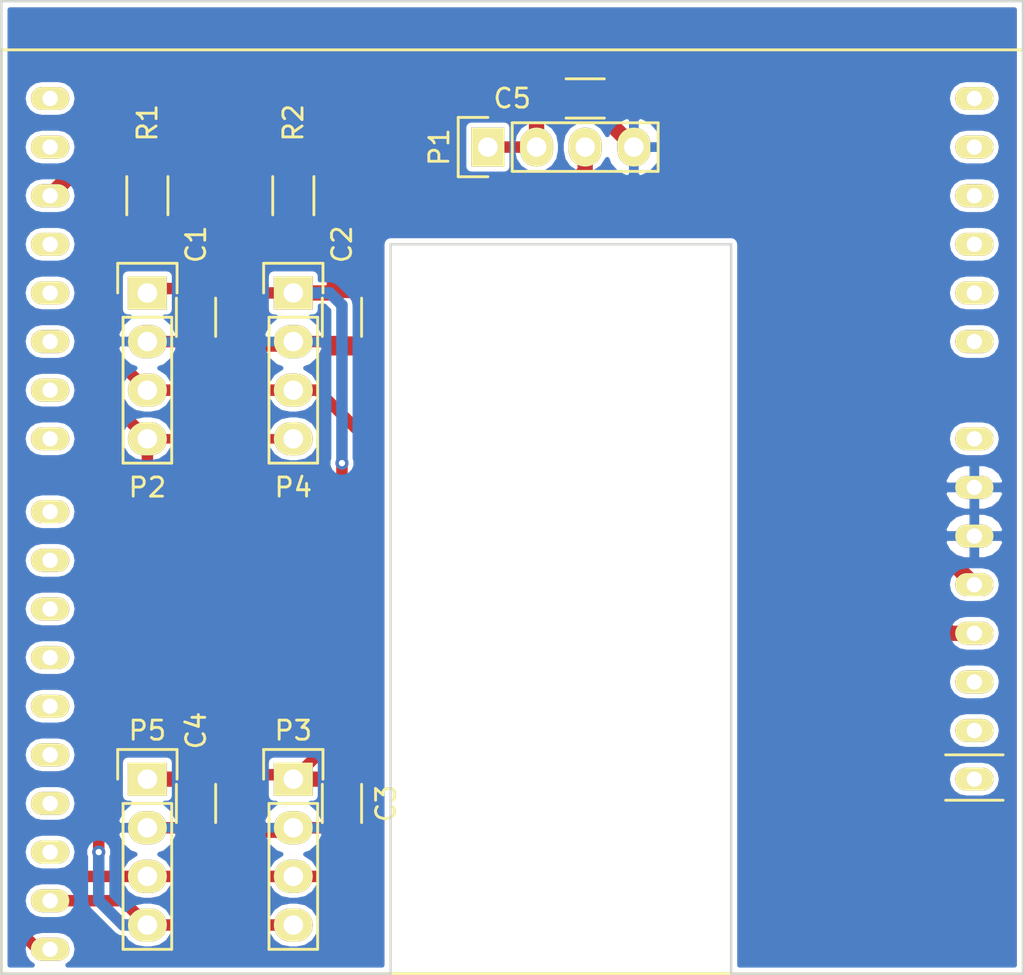
<source format=kicad_pcb>
(kicad_pcb (version 4) (host pcbnew 4.0.2-stable)

  (general
    (links 35)
    (no_connects 0)
    (area 50.736499 48.196499 104.203501 99.123501)
    (thickness 1.6)
    (drawings 8)
    (tracks 94)
    (zones 0)
    (modules 13)
    (nets 7)
  )

  (page A4)
  (layers
    (0 F.Cu signal)
    (31 B.Cu signal)
    (36 B.SilkS user)
    (37 F.SilkS user)
    (38 B.Mask user)
    (39 F.Mask user)
    (44 Edge.Cuts user)
  )

  (setup
    (last_trace_width 0.254)
    (user_trace_width 0.1524)
    (user_trace_width 0.2)
    (user_trace_width 0.25)
    (user_trace_width 0.3)
    (user_trace_width 0.4)
    (user_trace_width 0.5)
    (user_trace_width 0.6)
    (user_trace_width 0.8)
    (user_trace_width 1)
    (user_trace_width 1.2)
    (user_trace_width 1.5)
    (user_trace_width 2)
    (trace_clearance 0.254)
    (zone_clearance 0.254)
    (zone_45_only no)
    (trace_min 0.1524)
    (segment_width 0.127)
    (edge_width 0.127)
    (via_size 0.6858)
    (via_drill 0.3302)
    (via_min_size 0.6858)
    (via_min_drill 0.3302)
    (uvia_size 0.508)
    (uvia_drill 0.127)
    (uvias_allowed no)
    (uvia_min_size 0.508)
    (uvia_min_drill 0.127)
    (pcb_text_width 0.127)
    (pcb_text_size 0.6 0.6)
    (mod_edge_width 0.127)
    (mod_text_size 0.6 0.6)
    (mod_text_width 0.127)
    (pad_size 1.524 1.524)
    (pad_drill 0.762)
    (pad_to_mask_clearance 0.05)
    (pad_to_paste_clearance -0.04)
    (aux_axis_origin 0 0)
    (grid_origin 50.8 48.26)
    (visible_elements 7FFEFFFF)
    (pcbplotparams
      (layerselection 0x010f0_80000001)
      (usegerberextensions true)
      (usegerberattributes true)
      (excludeedgelayer true)
      (linewidth 0.127000)
      (plotframeref false)
      (viasonmask false)
      (mode 1)
      (useauxorigin false)
      (hpglpennumber 1)
      (hpglpenspeed 20)
      (hpglpendiameter 15)
      (hpglpenoverlay 2)
      (psnegative false)
      (psa4output false)
      (plotreference true)
      (plotvalue true)
      (plotinvisibletext false)
      (padsonsilk false)
      (subtractmaskfromsilk false)
      (outputformat 1)
      (mirror false)
      (drillshape 0)
      (scaleselection 1)
      (outputdirectory C:/Users/Andrew/Documents/KiCad/Boards/Backpack/Gerbs/))
  )

  (net 0 "")
  (net 1 +3V3)
  (net 2 GND)
  (net 3 +5V)
  (net 4 /DATA)
  (net 5 /SCL)
  (net 6 /SDA)

  (net_class Default "Dit is de standaard class."
    (clearance 0.254)
    (trace_width 0.254)
    (via_dia 0.6858)
    (via_drill 0.3302)
    (uvia_dia 0.508)
    (uvia_drill 0.127)
    (add_net +3V3)
    (add_net +5V)
    (add_net /DATA)
    (add_net /SCL)
    (add_net /SDA)
    (add_net GND)
  )

  (net_class 0.2mm ""
    (clearance 0.2)
    (trace_width 0.2)
    (via_dia 0.6858)
    (via_drill 0.3302)
    (uvia_dia 0.508)
    (uvia_drill 0.127)
  )

  (net_class Minimal ""
    (clearance 0.1524)
    (trace_width 0.1524)
    (via_dia 0.6858)
    (via_drill 0.3302)
    (uvia_dia 0.508)
    (uvia_drill 0.127)
  )

  (module AJGFEET:UNO (layer F.Cu) (tedit 575612F8) (tstamp 575614F8)
    (at 76.2 73.66 90)
    (path /57560FB7)
    (fp_text reference U1 (at -17.78 19.05 180) (layer F.SilkS) hide
      (effects (font (size 1.2 1.2) (thickness 0.15)))
    )
    (fp_text value UnoBackpack (at -19.05 12.54 90) (layer F.Fab) hide
      (effects (font (size 1.2 1.2) (thickness 0.15)))
    )
    (fp_line (start -25.4 -25.4) (end -25.4 27.94) (layer F.SilkS) (width 0.15))
    (fp_line (start -25.4 27.94) (end 22.86 27.94) (layer F.SilkS) (width 0.15))
    (fp_line (start 22.86 27.94) (end 22.86 -25.4) (layer F.SilkS) (width 0.15))
    (fp_line (start 22.86 -25.4) (end -25.4 -25.4) (layer F.SilkS) (width 0.15))
    (fp_line (start -16.34 26.9) (end -16.34 23.9) (layer F.SilkS) (width 0.15))
    (fp_line (start -13.97 23.9) (end -13.97 26.9) (layer F.SilkS) (width 0.15))
    (pad 32 thru_hole oval (at 20.32 -22.86 90) (size 1.2 2) (drill 0.8) (layers *.Cu *.Mask F.SilkS))
    (pad 1 thru_hole oval (at -15.24 25.4 90) (size 1.2 2) (drill 0.8) (layers *.Cu *.Mask F.SilkS))
    (pad 2 thru_hole oval (at -12.7 25.4 90) (size 1.2 2) (drill 0.8) (layers *.Cu *.Mask F.SilkS))
    (pad 3 thru_hole oval (at -10.16 25.4 90) (size 1.2 2) (drill 0.8) (layers *.Cu *.Mask F.SilkS))
    (pad 4 thru_hole oval (at -7.62 25.4 90) (size 1.2 2) (drill 0.8) (layers *.Cu *.Mask F.SilkS)
      (net 1 +3V3))
    (pad 5 thru_hole oval (at -5.08 25.4 90) (size 1.2 2) (drill 0.8) (layers *.Cu *.Mask F.SilkS)
      (net 3 +5V))
    (pad 6 thru_hole oval (at -2.54 25.4 90) (size 1.2 2) (drill 0.8) (layers *.Cu *.Mask F.SilkS)
      (net 2 GND))
    (pad 7 thru_hole oval (at 0 25.4 90) (size 1.2 2) (drill 0.8) (layers *.Cu *.Mask F.SilkS)
      (net 2 GND))
    (pad 8 thru_hole oval (at 2.54 25.4 90) (size 1.2 2) (drill 0.8) (layers *.Cu *.Mask F.SilkS))
    (pad 9 thru_hole oval (at 7.62 25.4 90) (size 1.2 2) (drill 0.8) (layers *.Cu *.Mask F.SilkS))
    (pad 10 thru_hole oval (at 10.16 25.4 90) (size 1.2 2) (drill 0.8) (layers *.Cu *.Mask F.SilkS))
    (pad 11 thru_hole oval (at 12.7 25.4 90) (size 1.2 2) (drill 0.8) (layers *.Cu *.Mask F.SilkS))
    (pad 12 thru_hole oval (at 15.24 25.4 90) (size 1.2 2) (drill 0.8) (layers *.Cu *.Mask F.SilkS))
    (pad 13 thru_hole oval (at 17.78 25.4 90) (size 1.2 2) (drill 0.8) (layers *.Cu *.Mask F.SilkS))
    (pad 14 thru_hole oval (at 20.32 25.4 90) (size 1.2 2) (drill 0.8) (layers *.Cu *.Mask F.SilkS))
    (pad 15 thru_hole oval (at -24.13 -22.86 90) (size 1.2 2) (drill 0.8) (layers *.Cu *.Mask F.SilkS)
      (net 5 /SCL))
    (pad 16 thru_hole oval (at -21.59 -22.86 90) (size 1.2 2) (drill 0.8) (layers *.Cu *.Mask F.SilkS)
      (net 6 /SDA))
    (pad 17 thru_hole oval (at -19.05 -22.86 90) (size 1.2 2) (drill 0.8) (layers *.Cu *.Mask F.SilkS))
    (pad 18 thru_hole oval (at -16.51 -22.86 90) (size 1.2 2) (drill 0.8) (layers *.Cu *.Mask F.SilkS))
    (pad 19 thru_hole oval (at -13.97 -22.86 90) (size 1.2 2) (drill 0.8) (layers *.Cu *.Mask F.SilkS))
    (pad 20 thru_hole oval (at -11.43 -22.86 90) (size 1.2 2) (drill 0.8) (layers *.Cu *.Mask F.SilkS))
    (pad 21 thru_hole oval (at -8.89 -22.86 90) (size 1.2 2) (drill 0.8) (layers *.Cu *.Mask F.SilkS))
    (pad 22 thru_hole oval (at -6.35 -22.86 90) (size 1.2 2) (drill 0.8) (layers *.Cu *.Mask F.SilkS))
    (pad 23 thru_hole oval (at -3.81 -22.86 90) (size 1.2 2) (drill 0.8) (layers *.Cu *.Mask F.SilkS))
    (pad 24 thru_hole oval (at -1.27 -22.86 90) (size 1.2 2) (drill 0.8) (layers *.Cu *.Mask F.SilkS))
    (pad 25 thru_hole oval (at 2.54 -22.86 90) (size 1.2 2) (drill 0.8) (layers *.Cu *.Mask F.SilkS))
    (pad 26 thru_hole oval (at 5.08 -22.86 90) (size 1.2 2) (drill 0.8) (layers *.Cu *.Mask F.SilkS))
    (pad 27 thru_hole oval (at 7.62 -22.86 90) (size 1.2 2) (drill 0.8) (layers *.Cu *.Mask F.SilkS))
    (pad 28 thru_hole oval (at 10.16 -22.86 90) (size 1.2 2) (drill 0.8) (layers *.Cu *.Mask F.SilkS))
    (pad 29 thru_hole oval (at 12.7 -22.86 90) (size 1.2 2) (drill 0.8) (layers *.Cu *.Mask F.SilkS))
    (pad 30 thru_hole oval (at 15.24 -22.86 90) (size 1.2 2) (drill 0.8) (layers *.Cu *.Mask F.SilkS)
      (net 4 /DATA))
    (pad 31 thru_hole oval (at 17.78 -22.86 90) (size 1.2 2) (drill 0.8) (layers *.Cu *.Mask F.SilkS))
  )

  (module Capacitors_SMD:C_1206 (layer F.Cu) (tedit 575612B9) (tstamp 575617E6)
    (at 60.96 64.77 270)
    (descr "Capacitor SMD 1206, reflow soldering, AVX (see smccp.pdf)")
    (tags "capacitor 1206")
    (path /57561F01)
    (attr smd)
    (fp_text reference C1 (at -3.81 0 270) (layer F.SilkS)
      (effects (font (size 1 1) (thickness 0.15)))
    )
    (fp_text value .1uF (at 0 2.3 270) (layer F.Fab)
      (effects (font (size 1 1) (thickness 0.15)))
    )
    (fp_line (start -2.3 -1.15) (end 2.3 -1.15) (layer F.CrtYd) (width 0.05))
    (fp_line (start -2.3 1.15) (end 2.3 1.15) (layer F.CrtYd) (width 0.05))
    (fp_line (start -2.3 -1.15) (end -2.3 1.15) (layer F.CrtYd) (width 0.05))
    (fp_line (start 2.3 -1.15) (end 2.3 1.15) (layer F.CrtYd) (width 0.05))
    (fp_line (start 1 -1.025) (end -1 -1.025) (layer F.SilkS) (width 0.15))
    (fp_line (start -1 1.025) (end 1 1.025) (layer F.SilkS) (width 0.15))
    (pad 1 smd rect (at -1.5 0 270) (size 1 1.6) (layers F.Cu F.Mask)
      (net 1 +3V3))
    (pad 2 smd rect (at 1.5 0 270) (size 1 1.6) (layers F.Cu F.Mask)
      (net 2 GND))
    (model Capacitors_SMD.3dshapes/C_1206.wrl
      (at (xyz 0 0 0))
      (scale (xyz 1 1 1))
      (rotate (xyz 0 0 0))
    )
  )

  (module Capacitors_SMD:C_1206 (layer F.Cu) (tedit 575612C2) (tstamp 575617EC)
    (at 68.58 64.77 270)
    (descr "Capacitor SMD 1206, reflow soldering, AVX (see smccp.pdf)")
    (tags "capacitor 1206")
    (path /57561598)
    (attr smd)
    (fp_text reference C2 (at -3.81 0 270) (layer F.SilkS)
      (effects (font (size 1 1) (thickness 0.15)))
    )
    (fp_text value .1uF (at 0 2.3 270) (layer F.Fab)
      (effects (font (size 1 1) (thickness 0.15)))
    )
    (fp_line (start -2.3 -1.15) (end 2.3 -1.15) (layer F.CrtYd) (width 0.05))
    (fp_line (start -2.3 1.15) (end 2.3 1.15) (layer F.CrtYd) (width 0.05))
    (fp_line (start -2.3 -1.15) (end -2.3 1.15) (layer F.CrtYd) (width 0.05))
    (fp_line (start 2.3 -1.15) (end 2.3 1.15) (layer F.CrtYd) (width 0.05))
    (fp_line (start 1 -1.025) (end -1 -1.025) (layer F.SilkS) (width 0.15))
    (fp_line (start -1 1.025) (end 1 1.025) (layer F.SilkS) (width 0.15))
    (pad 1 smd rect (at -1.5 0 270) (size 1 1.6) (layers F.Cu F.Mask)
      (net 1 +3V3))
    (pad 2 smd rect (at 1.5 0 270) (size 1 1.6) (layers F.Cu F.Mask)
      (net 2 GND))
    (model Capacitors_SMD.3dshapes/C_1206.wrl
      (at (xyz 0 0 0))
      (scale (xyz 1 1 1))
      (rotate (xyz 0 0 0))
    )
  )

  (module Capacitors_SMD:C_1206 (layer F.Cu) (tedit 5415D7BD) (tstamp 575617F2)
    (at 68.58 90.17 270)
    (descr "Capacitor SMD 1206, reflow soldering, AVX (see smccp.pdf)")
    (tags "capacitor 1206")
    (path /57561BF8)
    (attr smd)
    (fp_text reference C3 (at 0 -2.3 270) (layer F.SilkS)
      (effects (font (size 1 1) (thickness 0.15)))
    )
    (fp_text value .1uF (at 0 2.3 270) (layer F.Fab)
      (effects (font (size 1 1) (thickness 0.15)))
    )
    (fp_line (start -2.3 -1.15) (end 2.3 -1.15) (layer F.CrtYd) (width 0.05))
    (fp_line (start -2.3 1.15) (end 2.3 1.15) (layer F.CrtYd) (width 0.05))
    (fp_line (start -2.3 -1.15) (end -2.3 1.15) (layer F.CrtYd) (width 0.05))
    (fp_line (start 2.3 -1.15) (end 2.3 1.15) (layer F.CrtYd) (width 0.05))
    (fp_line (start 1 -1.025) (end -1 -1.025) (layer F.SilkS) (width 0.15))
    (fp_line (start -1 1.025) (end 1 1.025) (layer F.SilkS) (width 0.15))
    (pad 1 smd rect (at -1.5 0 270) (size 1 1.6) (layers F.Cu F.Mask)
      (net 1 +3V3))
    (pad 2 smd rect (at 1.5 0 270) (size 1 1.6) (layers F.Cu F.Mask)
      (net 2 GND))
    (model Capacitors_SMD.3dshapes/C_1206.wrl
      (at (xyz 0 0 0))
      (scale (xyz 1 1 1))
      (rotate (xyz 0 0 0))
    )
  )

  (module Capacitors_SMD:C_1206 (layer F.Cu) (tedit 575612B5) (tstamp 575617F8)
    (at 60.96 90.17 270)
    (descr "Capacitor SMD 1206, reflow soldering, AVX (see smccp.pdf)")
    (tags "capacitor 1206")
    (path /57561D83)
    (attr smd)
    (fp_text reference C4 (at -3.81 0 270) (layer F.SilkS)
      (effects (font (size 1 1) (thickness 0.15)))
    )
    (fp_text value .1uF (at 0 2.3 270) (layer F.Fab)
      (effects (font (size 1 1) (thickness 0.15)))
    )
    (fp_line (start -2.3 -1.15) (end 2.3 -1.15) (layer F.CrtYd) (width 0.05))
    (fp_line (start -2.3 1.15) (end 2.3 1.15) (layer F.CrtYd) (width 0.05))
    (fp_line (start -2.3 -1.15) (end -2.3 1.15) (layer F.CrtYd) (width 0.05))
    (fp_line (start 2.3 -1.15) (end 2.3 1.15) (layer F.CrtYd) (width 0.05))
    (fp_line (start 1 -1.025) (end -1 -1.025) (layer F.SilkS) (width 0.15))
    (fp_line (start -1 1.025) (end 1 1.025) (layer F.SilkS) (width 0.15))
    (pad 1 smd rect (at -1.5 0 270) (size 1 1.6) (layers F.Cu F.Mask)
      (net 1 +3V3))
    (pad 2 smd rect (at 1.5 0 270) (size 1 1.6) (layers F.Cu F.Mask)
      (net 2 GND))
    (model Capacitors_SMD.3dshapes/C_1206.wrl
      (at (xyz 0 0 0))
      (scale (xyz 1 1 1))
      (rotate (xyz 0 0 0))
    )
  )

  (module Capacitors_SMD:C_1206 (layer F.Cu) (tedit 575612B3) (tstamp 575617FE)
    (at 81.28 53.34)
    (descr "Capacitor SMD 1206, reflow soldering, AVX (see smccp.pdf)")
    (tags "capacitor 1206")
    (path /575632D6)
    (attr smd)
    (fp_text reference C5 (at -3.81 0) (layer F.SilkS)
      (effects (font (size 1 1) (thickness 0.15)))
    )
    (fp_text value .1uF (at 0 2.3) (layer F.Fab)
      (effects (font (size 1 1) (thickness 0.15)))
    )
    (fp_line (start -2.3 -1.15) (end 2.3 -1.15) (layer F.CrtYd) (width 0.05))
    (fp_line (start -2.3 1.15) (end 2.3 1.15) (layer F.CrtYd) (width 0.05))
    (fp_line (start -2.3 -1.15) (end -2.3 1.15) (layer F.CrtYd) (width 0.05))
    (fp_line (start 2.3 -1.15) (end 2.3 1.15) (layer F.CrtYd) (width 0.05))
    (fp_line (start 1 -1.025) (end -1 -1.025) (layer F.SilkS) (width 0.15))
    (fp_line (start -1 1.025) (end 1 1.025) (layer F.SilkS) (width 0.15))
    (pad 1 smd rect (at -1.5 0) (size 1 1.6) (layers F.Cu F.Mask)
      (net 3 +5V))
    (pad 2 smd rect (at 1.5 0) (size 1 1.6) (layers F.Cu F.Mask)
      (net 2 GND))
    (model Capacitors_SMD.3dshapes/C_1206.wrl
      (at (xyz 0 0 0))
      (scale (xyz 1 1 1))
      (rotate (xyz 0 0 0))
    )
  )

  (module Pin_Headers:Pin_Header_Straight_1x04 (layer F.Cu) (tedit 575612DF) (tstamp 57561806)
    (at 76.2 55.88 90)
    (descr "Through hole pin header")
    (tags "pin header")
    (path /57561FA4)
    (fp_text reference P1 (at 0 -2.54 90) (layer F.SilkS)
      (effects (font (size 1 1) (thickness 0.15)))
    )
    (fp_text value CONN_01X04 (at 0 -3.1 90) (layer F.Fab)
      (effects (font (size 1 1) (thickness 0.15)))
    )
    (fp_line (start -1.75 -1.75) (end -1.75 9.4) (layer F.CrtYd) (width 0.05))
    (fp_line (start 1.75 -1.75) (end 1.75 9.4) (layer F.CrtYd) (width 0.05))
    (fp_line (start -1.75 -1.75) (end 1.75 -1.75) (layer F.CrtYd) (width 0.05))
    (fp_line (start -1.75 9.4) (end 1.75 9.4) (layer F.CrtYd) (width 0.05))
    (fp_line (start -1.27 1.27) (end -1.27 8.89) (layer F.SilkS) (width 0.15))
    (fp_line (start 1.27 1.27) (end 1.27 8.89) (layer F.SilkS) (width 0.15))
    (fp_line (start 1.55 -1.55) (end 1.55 0) (layer F.SilkS) (width 0.15))
    (fp_line (start -1.27 8.89) (end 1.27 8.89) (layer F.SilkS) (width 0.15))
    (fp_line (start 1.27 1.27) (end -1.27 1.27) (layer F.SilkS) (width 0.15))
    (fp_line (start -1.55 0) (end -1.55 -1.55) (layer F.SilkS) (width 0.15))
    (fp_line (start -1.55 -1.55) (end 1.55 -1.55) (layer F.SilkS) (width 0.15))
    (pad 1 thru_hole rect (at 0 0 90) (size 2.032 1.7272) (drill 1.016) (layers *.Cu *.Mask F.SilkS)
      (net 3 +5V))
    (pad 2 thru_hole oval (at 0 2.54 90) (size 2.032 1.7272) (drill 1.016) (layers *.Cu *.Mask F.SilkS)
      (net 3 +5V))
    (pad 3 thru_hole oval (at 0 5.08 90) (size 2.032 1.7272) (drill 1.016) (layers *.Cu *.Mask F.SilkS)
      (net 4 /DATA))
    (pad 4 thru_hole oval (at 0 7.62 90) (size 2.032 1.7272) (drill 1.016) (layers *.Cu *.Mask F.SilkS)
      (net 2 GND))
    (model Pin_Headers.3dshapes/Pin_Header_Straight_1x04.wrl
      (at (xyz 0 -0.15 0))
      (scale (xyz 1 1 1))
      (rotate (xyz 0 0 90))
    )
  )

  (module Pin_Headers:Pin_Header_Straight_1x04 (layer F.Cu) (tedit 575612E9) (tstamp 5756180E)
    (at 58.42 63.5)
    (descr "Through hole pin header")
    (tags "pin header")
    (path /57561EFB)
    (fp_text reference P2 (at 0 10.16) (layer F.SilkS)
      (effects (font (size 1 1) (thickness 0.15)))
    )
    (fp_text value CONN_01X04 (at 0 -3.1) (layer F.Fab)
      (effects (font (size 1 1) (thickness 0.15)))
    )
    (fp_line (start -1.75 -1.75) (end -1.75 9.4) (layer F.CrtYd) (width 0.05))
    (fp_line (start 1.75 -1.75) (end 1.75 9.4) (layer F.CrtYd) (width 0.05))
    (fp_line (start -1.75 -1.75) (end 1.75 -1.75) (layer F.CrtYd) (width 0.05))
    (fp_line (start -1.75 9.4) (end 1.75 9.4) (layer F.CrtYd) (width 0.05))
    (fp_line (start -1.27 1.27) (end -1.27 8.89) (layer F.SilkS) (width 0.15))
    (fp_line (start 1.27 1.27) (end 1.27 8.89) (layer F.SilkS) (width 0.15))
    (fp_line (start 1.55 -1.55) (end 1.55 0) (layer F.SilkS) (width 0.15))
    (fp_line (start -1.27 8.89) (end 1.27 8.89) (layer F.SilkS) (width 0.15))
    (fp_line (start 1.27 1.27) (end -1.27 1.27) (layer F.SilkS) (width 0.15))
    (fp_line (start -1.55 0) (end -1.55 -1.55) (layer F.SilkS) (width 0.15))
    (fp_line (start -1.55 -1.55) (end 1.55 -1.55) (layer F.SilkS) (width 0.15))
    (pad 1 thru_hole rect (at 0 0) (size 2.032 1.7272) (drill 1.016) (layers *.Cu *.Mask F.SilkS)
      (net 1 +3V3))
    (pad 2 thru_hole oval (at 0 2.54) (size 2.032 1.7272) (drill 1.016) (layers *.Cu *.Mask F.SilkS)
      (net 2 GND))
    (pad 3 thru_hole oval (at 0 5.08) (size 2.032 1.7272) (drill 1.016) (layers *.Cu *.Mask F.SilkS)
      (net 5 /SCL))
    (pad 4 thru_hole oval (at 0 7.62) (size 2.032 1.7272) (drill 1.016) (layers *.Cu *.Mask F.SilkS)
      (net 6 /SDA))
    (model Pin_Headers.3dshapes/Pin_Header_Straight_1x04.wrl
      (at (xyz 0 -0.15 0))
      (scale (xyz 1 1 1))
      (rotate (xyz 0 0 90))
    )
  )

  (module Pin_Headers:Pin_Header_Straight_1x04 (layer F.Cu) (tedit 575612F0) (tstamp 57561816)
    (at 66.04 88.9)
    (descr "Through hole pin header")
    (tags "pin header")
    (path /57561591)
    (fp_text reference P3 (at 0 -2.54) (layer F.SilkS)
      (effects (font (size 1 1) (thickness 0.15)))
    )
    (fp_text value CONN_01X04 (at 0 -3.1) (layer F.Fab)
      (effects (font (size 1 1) (thickness 0.15)))
    )
    (fp_line (start -1.75 -1.75) (end -1.75 9.4) (layer F.CrtYd) (width 0.05))
    (fp_line (start 1.75 -1.75) (end 1.75 9.4) (layer F.CrtYd) (width 0.05))
    (fp_line (start -1.75 -1.75) (end 1.75 -1.75) (layer F.CrtYd) (width 0.05))
    (fp_line (start -1.75 9.4) (end 1.75 9.4) (layer F.CrtYd) (width 0.05))
    (fp_line (start -1.27 1.27) (end -1.27 8.89) (layer F.SilkS) (width 0.15))
    (fp_line (start 1.27 1.27) (end 1.27 8.89) (layer F.SilkS) (width 0.15))
    (fp_line (start 1.55 -1.55) (end 1.55 0) (layer F.SilkS) (width 0.15))
    (fp_line (start -1.27 8.89) (end 1.27 8.89) (layer F.SilkS) (width 0.15))
    (fp_line (start 1.27 1.27) (end -1.27 1.27) (layer F.SilkS) (width 0.15))
    (fp_line (start -1.55 0) (end -1.55 -1.55) (layer F.SilkS) (width 0.15))
    (fp_line (start -1.55 -1.55) (end 1.55 -1.55) (layer F.SilkS) (width 0.15))
    (pad 1 thru_hole rect (at 0 0) (size 2.032 1.7272) (drill 1.016) (layers *.Cu *.Mask F.SilkS)
      (net 1 +3V3))
    (pad 2 thru_hole oval (at 0 2.54) (size 2.032 1.7272) (drill 1.016) (layers *.Cu *.Mask F.SilkS)
      (net 2 GND))
    (pad 3 thru_hole oval (at 0 5.08) (size 2.032 1.7272) (drill 1.016) (layers *.Cu *.Mask F.SilkS)
      (net 5 /SCL))
    (pad 4 thru_hole oval (at 0 7.62) (size 2.032 1.7272) (drill 1.016) (layers *.Cu *.Mask F.SilkS)
      (net 6 /SDA))
    (model Pin_Headers.3dshapes/Pin_Header_Straight_1x04.wrl
      (at (xyz 0 -0.15 0))
      (scale (xyz 1 1 1))
      (rotate (xyz 0 0 90))
    )
  )

  (module Pin_Headers:Pin_Header_Straight_1x04 (layer F.Cu) (tedit 575612E6) (tstamp 5756181E)
    (at 66.04 63.5)
    (descr "Through hole pin header")
    (tags "pin header")
    (path /57561BF2)
    (fp_text reference P4 (at 0 10.16) (layer F.SilkS)
      (effects (font (size 1 1) (thickness 0.15)))
    )
    (fp_text value CONN_01X04 (at 0 -3.1) (layer F.Fab)
      (effects (font (size 1 1) (thickness 0.15)))
    )
    (fp_line (start -1.75 -1.75) (end -1.75 9.4) (layer F.CrtYd) (width 0.05))
    (fp_line (start 1.75 -1.75) (end 1.75 9.4) (layer F.CrtYd) (width 0.05))
    (fp_line (start -1.75 -1.75) (end 1.75 -1.75) (layer F.CrtYd) (width 0.05))
    (fp_line (start -1.75 9.4) (end 1.75 9.4) (layer F.CrtYd) (width 0.05))
    (fp_line (start -1.27 1.27) (end -1.27 8.89) (layer F.SilkS) (width 0.15))
    (fp_line (start 1.27 1.27) (end 1.27 8.89) (layer F.SilkS) (width 0.15))
    (fp_line (start 1.55 -1.55) (end 1.55 0) (layer F.SilkS) (width 0.15))
    (fp_line (start -1.27 8.89) (end 1.27 8.89) (layer F.SilkS) (width 0.15))
    (fp_line (start 1.27 1.27) (end -1.27 1.27) (layer F.SilkS) (width 0.15))
    (fp_line (start -1.55 0) (end -1.55 -1.55) (layer F.SilkS) (width 0.15))
    (fp_line (start -1.55 -1.55) (end 1.55 -1.55) (layer F.SilkS) (width 0.15))
    (pad 1 thru_hole rect (at 0 0) (size 2.032 1.7272) (drill 1.016) (layers *.Cu *.Mask F.SilkS)
      (net 1 +3V3))
    (pad 2 thru_hole oval (at 0 2.54) (size 2.032 1.7272) (drill 1.016) (layers *.Cu *.Mask F.SilkS)
      (net 2 GND))
    (pad 3 thru_hole oval (at 0 5.08) (size 2.032 1.7272) (drill 1.016) (layers *.Cu *.Mask F.SilkS)
      (net 5 /SCL))
    (pad 4 thru_hole oval (at 0 7.62) (size 2.032 1.7272) (drill 1.016) (layers *.Cu *.Mask F.SilkS)
      (net 6 /SDA))
    (model Pin_Headers.3dshapes/Pin_Header_Straight_1x04.wrl
      (at (xyz 0 -0.15 0))
      (scale (xyz 1 1 1))
      (rotate (xyz 0 0 90))
    )
  )

  (module Pin_Headers:Pin_Header_Straight_1x04 (layer F.Cu) (tedit 575612ED) (tstamp 57561826)
    (at 58.42 88.9)
    (descr "Through hole pin header")
    (tags "pin header")
    (path /57561D7D)
    (fp_text reference P5 (at 0 -2.54) (layer F.SilkS)
      (effects (font (size 1 1) (thickness 0.15)))
    )
    (fp_text value CONN_01X04 (at 0 -3.1) (layer F.Fab)
      (effects (font (size 1 1) (thickness 0.15)))
    )
    (fp_line (start -1.75 -1.75) (end -1.75 9.4) (layer F.CrtYd) (width 0.05))
    (fp_line (start 1.75 -1.75) (end 1.75 9.4) (layer F.CrtYd) (width 0.05))
    (fp_line (start -1.75 -1.75) (end 1.75 -1.75) (layer F.CrtYd) (width 0.05))
    (fp_line (start -1.75 9.4) (end 1.75 9.4) (layer F.CrtYd) (width 0.05))
    (fp_line (start -1.27 1.27) (end -1.27 8.89) (layer F.SilkS) (width 0.15))
    (fp_line (start 1.27 1.27) (end 1.27 8.89) (layer F.SilkS) (width 0.15))
    (fp_line (start 1.55 -1.55) (end 1.55 0) (layer F.SilkS) (width 0.15))
    (fp_line (start -1.27 8.89) (end 1.27 8.89) (layer F.SilkS) (width 0.15))
    (fp_line (start 1.27 1.27) (end -1.27 1.27) (layer F.SilkS) (width 0.15))
    (fp_line (start -1.55 0) (end -1.55 -1.55) (layer F.SilkS) (width 0.15))
    (fp_line (start -1.55 -1.55) (end 1.55 -1.55) (layer F.SilkS) (width 0.15))
    (pad 1 thru_hole rect (at 0 0) (size 2.032 1.7272) (drill 1.016) (layers *.Cu *.Mask F.SilkS)
      (net 1 +3V3))
    (pad 2 thru_hole oval (at 0 2.54) (size 2.032 1.7272) (drill 1.016) (layers *.Cu *.Mask F.SilkS)
      (net 2 GND))
    (pad 3 thru_hole oval (at 0 5.08) (size 2.032 1.7272) (drill 1.016) (layers *.Cu *.Mask F.SilkS)
      (net 5 /SCL))
    (pad 4 thru_hole oval (at 0 7.62) (size 2.032 1.7272) (drill 1.016) (layers *.Cu *.Mask F.SilkS)
      (net 6 /SDA))
    (model Pin_Headers.3dshapes/Pin_Header_Straight_1x04.wrl
      (at (xyz 0 -0.15 0))
      (scale (xyz 1 1 1))
      (rotate (xyz 0 0 90))
    )
  )

  (module Resistors_SMD:R_1206 (layer F.Cu) (tedit 575612FE) (tstamp 5756182C)
    (at 58.42 58.42 90)
    (descr "Resistor SMD 1206, reflow soldering, Vishay (see dcrcw.pdf)")
    (tags "resistor 1206")
    (path /57561467)
    (attr smd)
    (fp_text reference R1 (at 3.81 0 90) (layer F.SilkS)
      (effects (font (size 1 1) (thickness 0.15)))
    )
    (fp_text value 4.7k (at 0 2.3 90) (layer F.Fab)
      (effects (font (size 1 1) (thickness 0.15)))
    )
    (fp_line (start -2.2 -1.2) (end 2.2 -1.2) (layer F.CrtYd) (width 0.05))
    (fp_line (start -2.2 1.2) (end 2.2 1.2) (layer F.CrtYd) (width 0.05))
    (fp_line (start -2.2 -1.2) (end -2.2 1.2) (layer F.CrtYd) (width 0.05))
    (fp_line (start 2.2 -1.2) (end 2.2 1.2) (layer F.CrtYd) (width 0.05))
    (fp_line (start 1 1.075) (end -1 1.075) (layer F.SilkS) (width 0.15))
    (fp_line (start -1 -1.075) (end 1 -1.075) (layer F.SilkS) (width 0.15))
    (pad 1 smd rect (at -1.45 0 90) (size 0.9 1.7) (layers F.Cu F.Mask)
      (net 5 /SCL))
    (pad 2 smd rect (at 1.45 0 90) (size 0.9 1.7) (layers F.Cu F.Mask)
      (net 1 +3V3))
    (model Resistors_SMD.3dshapes/R_1206.wrl
      (at (xyz 0 0 0))
      (scale (xyz 1 1 1))
      (rotate (xyz 0 0 0))
    )
  )

  (module Resistors_SMD:R_1206 (layer F.Cu) (tedit 575612E3) (tstamp 57561832)
    (at 66.04 58.42 270)
    (descr "Resistor SMD 1206, reflow soldering, Vishay (see dcrcw.pdf)")
    (tags "resistor 1206")
    (path /57561460)
    (attr smd)
    (fp_text reference R2 (at -3.81 0 270) (layer F.SilkS)
      (effects (font (size 1 1) (thickness 0.15)))
    )
    (fp_text value 4.7k (at 0 2.3 270) (layer F.Fab)
      (effects (font (size 1 1) (thickness 0.15)))
    )
    (fp_line (start -2.2 -1.2) (end 2.2 -1.2) (layer F.CrtYd) (width 0.05))
    (fp_line (start -2.2 1.2) (end 2.2 1.2) (layer F.CrtYd) (width 0.05))
    (fp_line (start -2.2 -1.2) (end -2.2 1.2) (layer F.CrtYd) (width 0.05))
    (fp_line (start 2.2 -1.2) (end 2.2 1.2) (layer F.CrtYd) (width 0.05))
    (fp_line (start 1 1.075) (end -1 1.075) (layer F.SilkS) (width 0.15))
    (fp_line (start -1 -1.075) (end 1 -1.075) (layer F.SilkS) (width 0.15))
    (pad 1 smd rect (at -1.45 0 270) (size 0.9 1.7) (layers F.Cu F.Mask)
      (net 1 +3V3))
    (pad 2 smd rect (at 1.45 0 270) (size 0.9 1.7) (layers F.Cu F.Mask)
      (net 6 /SDA))
    (model Resistors_SMD.3dshapes/R_1206.wrl
      (at (xyz 0 0 0))
      (scale (xyz 1 1 1))
      (rotate (xyz 0 0 0))
    )
  )

  (gr_line (start 88.9 60.96) (end 88.9 99.06) (angle 90) (layer Edge.Cuts) (width 0.127))
  (gr_line (start 71.12 60.96) (end 71.12 99.06) (angle 90) (layer Edge.Cuts) (width 0.127))
  (gr_line (start 88.9 99.06) (end 104.14 99.06) (angle 90) (layer Edge.Cuts) (width 0.127))
  (gr_line (start 50.8 99.06) (end 71.12 99.06) (angle 90) (layer Edge.Cuts) (width 0.127))
  (gr_line (start 71.12 60.96) (end 88.9 60.96) (angle 90) (layer Edge.Cuts) (width 0.127))
  (gr_line (start 50.8 99.06) (end 50.8 48.26) (angle 90) (layer Edge.Cuts) (width 0.127))
  (gr_line (start 104.14 48.26) (end 104.14 99.06) (angle 90) (layer Edge.Cuts) (width 0.127))
  (gr_line (start 50.8 48.26) (end 104.14 48.26) (angle 90) (layer Edge.Cuts) (width 0.127))

  (segment (start 66.04 63.5) (end 67.945 63.5) (width 0.6) (layer B.Cu) (net 1))
  (segment (start 68.58 86.36) (end 66.04 88.9) (width 0.6) (layer F.Cu) (net 1) (tstamp 57561A93))
  (segment (start 68.58 72.39) (end 68.58 86.36) (width 0.6) (layer F.Cu) (net 1) (tstamp 57561A92))
  (via (at 68.58 72.39) (size 0.6858) (drill 0.3302) (layers F.Cu B.Cu) (net 1))
  (segment (start 68.58 64.135) (end 68.58 72.39) (width 0.6) (layer B.Cu) (net 1) (tstamp 57561A90))
  (segment (start 67.945 63.5) (end 68.58 64.135) (width 0.6) (layer B.Cu) (net 1) (tstamp 57561A8F))
  (segment (start 60.96 88.67) (end 65.81 88.67) (width 0.6) (layer F.Cu) (net 1))
  (segment (start 65.81 88.67) (end 66.04 88.9) (width 0.6) (layer F.Cu) (net 1) (tstamp 57561A71))
  (segment (start 60.96 63.27) (end 58.65 63.27) (width 0.6) (layer F.Cu) (net 1))
  (segment (start 58.65 63.27) (end 58.42 63.5) (width 0.6) (layer F.Cu) (net 1) (tstamp 57561A3B))
  (segment (start 66.04 63.5) (end 61.19 63.5) (width 0.6) (layer F.Cu) (net 1))
  (segment (start 61.19 63.5) (end 60.96 63.27) (width 0.6) (layer F.Cu) (net 1) (tstamp 57561A38))
  (segment (start 68.58 63.27) (end 68.58 56.97) (width 0.8) (layer F.Cu) (net 1))
  (segment (start 68.58 56.97) (end 68.58 57.15) (width 0.8) (layer F.Cu) (net 1) (tstamp 57561A10))
  (segment (start 68.58 57.15) (end 68.58 56.97) (width 0.8) (layer F.Cu) (net 1) (tstamp 57561A12))
  (segment (start 66.04 88.9) (end 68.35 88.9) (width 0.8) (layer F.Cu) (net 1))
  (segment (start 68.35 88.9) (end 68.58 88.67) (width 0.8) (layer F.Cu) (net 1) (tstamp 575619F6))
  (segment (start 58.42 88.9) (end 60.73 88.9) (width 0.8) (layer F.Cu) (net 1))
  (segment (start 60.73 88.9) (end 60.96 88.67) (width 0.8) (layer F.Cu) (net 1) (tstamp 575619F3))
  (segment (start 66.04 63.5) (end 68.35 63.5) (width 0.8) (layer F.Cu) (net 1))
  (segment (start 68.35 63.5) (end 68.58 63.27) (width 0.8) (layer F.Cu) (net 1) (tstamp 575619F0))
  (segment (start 66.04 56.97) (end 60.96 56.97) (width 0.8) (layer F.Cu) (net 1))
  (segment (start 60.96 56.97) (end 58.42 56.97) (width 0.8) (layer F.Cu) (net 1) (tstamp 57561A0E))
  (segment (start 101.6 81.28) (end 100.33 81.28) (width 0.8) (layer F.Cu) (net 1))
  (segment (start 69.67 56.97) (end 68.58 56.97) (width 0.8) (layer F.Cu) (net 1) (tstamp 575619D8))
  (segment (start 72.39 59.69) (end 69.67 56.97) (width 0.8) (layer F.Cu) (net 1) (tstamp 575619D7))
  (segment (start 91.44 59.69) (end 72.39 59.69) (width 0.8) (layer F.Cu) (net 1) (tstamp 575619D5))
  (segment (start 96.52 64.77) (end 91.44 59.69) (width 0.8) (layer F.Cu) (net 1) (tstamp 575619D3))
  (segment (start 96.52 77.47) (end 96.52 64.77) (width 0.8) (layer F.Cu) (net 1) (tstamp 575619D1))
  (segment (start 100.33 81.28) (end 96.52 77.47) (width 0.8) (layer F.Cu) (net 1) (tstamp 575619D0))
  (segment (start 68.58 56.97) (end 66.04 56.97) (width 0.8) (layer F.Cu) (net 1) (tstamp 57561A13))
  (segment (start 66.04 91.44) (end 68.35 91.44) (width 0.6) (layer F.Cu) (net 2))
  (segment (start 68.35 91.44) (end 68.58 91.67) (width 0.6) (layer F.Cu) (net 2) (tstamp 57561A89))
  (segment (start 60.96 66.27) (end 65.81 66.27) (width 0.6) (layer F.Cu) (net 2))
  (segment (start 65.81 66.27) (end 66.04 66.04) (width 0.6) (layer F.Cu) (net 2) (tstamp 57561A7A))
  (segment (start 66.04 66.04) (end 68.35 66.04) (width 0.6) (layer F.Cu) (net 2))
  (segment (start 68.35 66.04) (end 68.58 66.27) (width 0.6) (layer F.Cu) (net 2) (tstamp 57561A77))
  (segment (start 58.42 66.04) (end 60.73 66.04) (width 0.6) (layer F.Cu) (net 2))
  (segment (start 60.73 66.04) (end 60.96 66.27) (width 0.6) (layer F.Cu) (net 2) (tstamp 57561A74))
  (segment (start 60.96 91.67) (end 65.81 91.67) (width 0.6) (layer F.Cu) (net 2))
  (segment (start 65.81 91.67) (end 66.04 91.44) (width 0.6) (layer F.Cu) (net 2) (tstamp 57561A6E))
  (segment (start 58.42 91.44) (end 60.73 91.44) (width 0.6) (layer F.Cu) (net 2))
  (segment (start 60.73 91.44) (end 60.96 91.67) (width 0.6) (layer F.Cu) (net 2) (tstamp 57561A6A))
  (segment (start 82.78 53.34) (end 82.78 54.84) (width 0.8) (layer F.Cu) (net 2))
  (segment (start 82.78 54.84) (end 83.82 55.88) (width 0.8) (layer F.Cu) (net 2) (tstamp 575619EA))
  (segment (start 76.2 55.88) (end 78.74 55.88) (width 0.6) (layer F.Cu) (net 3))
  (segment (start 79.78 53.34) (end 79.78 52.3) (width 0.8) (layer F.Cu) (net 3))
  (segment (start 97.79 74.93) (end 101.6 78.74) (width 0.8) (layer F.Cu) (net 3) (tstamp 575619E6))
  (segment (start 97.79 63.5) (end 97.79 74.93) (width 0.8) (layer F.Cu) (net 3) (tstamp 575619E5))
  (segment (start 85.09 50.8) (end 97.79 63.5) (width 0.8) (layer F.Cu) (net 3) (tstamp 575619E3))
  (segment (start 81.28 50.8) (end 85.09 50.8) (width 0.8) (layer F.Cu) (net 3) (tstamp 575619E2))
  (segment (start 79.78 52.3) (end 81.28 50.8) (width 0.8) (layer F.Cu) (net 3) (tstamp 575619E1))
  (segment (start 78.74 55.88) (end 78.74 54.38) (width 0.8) (layer F.Cu) (net 3))
  (segment (start 78.74 54.38) (end 79.78 53.34) (width 0.8) (layer F.Cu) (net 3) (tstamp 575619DE))
  (segment (start 53.34 58.42) (end 55.88 55.88) (width 0.8) (layer F.Cu) (net 4))
  (segment (start 81.28 57.15) (end 81.28 55.88) (width 0.8) (layer F.Cu) (net 4) (tstamp 57561A1B))
  (segment (start 80.01 58.42) (end 81.28 57.15) (width 0.8) (layer F.Cu) (net 4) (tstamp 57561A1A))
  (segment (start 73.66 58.42) (end 80.01 58.42) (width 0.8) (layer F.Cu) (net 4) (tstamp 57561A19))
  (segment (start 69.85 54.61) (end 73.66 58.42) (width 0.8) (layer F.Cu) (net 4) (tstamp 57561A18))
  (segment (start 57.15 54.61) (end 69.85 54.61) (width 0.8) (layer F.Cu) (net 4) (tstamp 57561A17))
  (segment (start 55.88 55.88) (end 57.15 54.61) (width 0.8) (layer F.Cu) (net 4) (tstamp 57561A16))
  (segment (start 58.42 93.98) (end 66.04 93.98) (width 0.6) (layer F.Cu) (net 5))
  (segment (start 53.34 97.79) (end 52.705 97.79) (width 0.6) (layer F.Cu) (net 5))
  (segment (start 52.705 97.79) (end 51.435 96.52) (width 0.6) (layer F.Cu) (net 5) (tstamp 57561A5F))
  (segment (start 51.435 96.52) (end 51.435 94.615) (width 0.6) (layer F.Cu) (net 5) (tstamp 57561A60))
  (segment (start 51.435 94.615) (end 52.07 93.98) (width 0.6) (layer F.Cu) (net 5) (tstamp 57561A61))
  (segment (start 52.07 93.98) (end 58.42 93.98) (width 0.6) (layer F.Cu) (net 5) (tstamp 57561A62))
  (segment (start 66.04 68.58) (end 67.31 68.58) (width 0.6) (layer F.Cu) (net 5))
  (segment (start 67.31 68.58) (end 70.485 71.755) (width 0.6) (layer F.Cu) (net 5) (tstamp 57561A4C))
  (segment (start 70.485 71.755) (end 70.485 92.075) (width 0.6) (layer F.Cu) (net 5) (tstamp 57561A4D))
  (segment (start 70.485 92.075) (end 68.58 93.98) (width 0.6) (layer F.Cu) (net 5) (tstamp 57561A4F))
  (segment (start 68.58 93.98) (end 66.04 93.98) (width 0.6) (layer F.Cu) (net 5) (tstamp 57561A50))
  (segment (start 58.42 68.58) (end 66.04 68.58) (width 0.6) (layer F.Cu) (net 5))
  (segment (start 58.42 59.87) (end 56.97 59.87) (width 0.6) (layer F.Cu) (net 5))
  (segment (start 56.515 66.675) (end 58.42 68.58) (width 0.6) (layer F.Cu) (net 5) (tstamp 57561A2B))
  (segment (start 56.515 60.325) (end 56.515 66.675) (width 0.6) (layer F.Cu) (net 5) (tstamp 57561A2A))
  (segment (start 56.97 59.87) (end 56.515 60.325) (width 0.6) (layer F.Cu) (net 5) (tstamp 57561A29))
  (segment (start 58.42 96.52) (end 57.15 96.52) (width 0.6) (layer B.Cu) (net 6))
  (segment (start 58.42 80.645) (end 58.42 71.12) (width 0.6) (layer F.Cu) (net 6) (tstamp 57561A85))
  (segment (start 55.88 83.185) (end 58.42 80.645) (width 0.6) (layer F.Cu) (net 6) (tstamp 57561A84))
  (segment (start 55.88 92.71) (end 55.88 83.185) (width 0.6) (layer F.Cu) (net 6) (tstamp 57561A83))
  (via (at 55.88 92.71) (size 0.6858) (drill 0.3302) (layers F.Cu B.Cu) (net 6))
  (segment (start 55.88 95.25) (end 55.88 92.71) (width 0.6) (layer B.Cu) (net 6) (tstamp 57561A81))
  (segment (start 57.15 96.52) (end 55.88 95.25) (width 0.6) (layer B.Cu) (net 6) (tstamp 57561A80))
  (segment (start 58.42 96.52) (end 66.04 96.52) (width 0.6) (layer F.Cu) (net 6))
  (segment (start 53.34 95.25) (end 57.15 95.25) (width 0.6) (layer F.Cu) (net 6))
  (segment (start 57.15 95.25) (end 58.42 96.52) (width 0.6) (layer F.Cu) (net 6) (tstamp 57561A53))
  (segment (start 66.04 59.87) (end 61.775 59.87) (width 0.6) (layer F.Cu) (net 6))
  (segment (start 61.775 59.87) (end 60.325 58.42) (width 0.6) (layer F.Cu) (net 6) (tstamp 57561A2E))
  (segment (start 60.325 58.42) (end 56.515 58.42) (width 0.6) (layer F.Cu) (net 6) (tstamp 57561A2F))
  (segment (start 56.515 58.42) (end 55.245 59.69) (width 0.6) (layer F.Cu) (net 6) (tstamp 57561A30))
  (segment (start 55.245 59.69) (end 55.245 67.945) (width 0.6) (layer F.Cu) (net 6) (tstamp 57561A31))
  (segment (start 55.245 67.945) (end 58.42 71.12) (width 0.6) (layer F.Cu) (net 6) (tstamp 57561A32))
  (segment (start 58.42 71.12) (end 66.04 71.12) (width 0.5) (layer F.Cu) (net 6))

  (zone (net 2) (net_name GND) (layer B.Cu) (tstamp 57561A8D) (hatch edge 0.508)
    (connect_pads (clearance 0.254))
    (min_thickness 0.254)
    (fill yes (arc_segments 16) (thermal_gap 0.508) (thermal_bridge_width 0.508))
    (polygon
      (pts
        (xy 50.8 48.26) (xy 50.8 99.06) (xy 71.12 99.06) (xy 71.12 60.96) (xy 88.9 60.96)
        (xy 88.9 99.06) (xy 104.14 99.06) (xy 104.14 48.26)
      )
    )
    (filled_polygon
      (pts
        (xy 103.6955 98.6155) (xy 89.3445 98.6155) (xy 89.3445 88.9) (xy 100.191945 88.9) (xy 100.266619 89.275412)
        (xy 100.479273 89.593672) (xy 100.797533 89.806326) (xy 101.172945 89.881) (xy 102.027055 89.881) (xy 102.402467 89.806326)
        (xy 102.720727 89.593672) (xy 102.933381 89.275412) (xy 103.008055 88.9) (xy 102.933381 88.524588) (xy 102.720727 88.206328)
        (xy 102.402467 87.993674) (xy 102.027055 87.919) (xy 101.172945 87.919) (xy 100.797533 87.993674) (xy 100.479273 88.206328)
        (xy 100.266619 88.524588) (xy 100.191945 88.9) (xy 89.3445 88.9) (xy 89.3445 86.36) (xy 100.191945 86.36)
        (xy 100.266619 86.735412) (xy 100.479273 87.053672) (xy 100.797533 87.266326) (xy 101.172945 87.341) (xy 102.027055 87.341)
        (xy 102.402467 87.266326) (xy 102.720727 87.053672) (xy 102.933381 86.735412) (xy 103.008055 86.36) (xy 102.933381 85.984588)
        (xy 102.720727 85.666328) (xy 102.402467 85.453674) (xy 102.027055 85.379) (xy 101.172945 85.379) (xy 100.797533 85.453674)
        (xy 100.479273 85.666328) (xy 100.266619 85.984588) (xy 100.191945 86.36) (xy 89.3445 86.36) (xy 89.3445 83.82)
        (xy 100.191945 83.82) (xy 100.266619 84.195412) (xy 100.479273 84.513672) (xy 100.797533 84.726326) (xy 101.172945 84.801)
        (xy 102.027055 84.801) (xy 102.402467 84.726326) (xy 102.720727 84.513672) (xy 102.933381 84.195412) (xy 103.008055 83.82)
        (xy 102.933381 83.444588) (xy 102.720727 83.126328) (xy 102.402467 82.913674) (xy 102.027055 82.839) (xy 101.172945 82.839)
        (xy 100.797533 82.913674) (xy 100.479273 83.126328) (xy 100.266619 83.444588) (xy 100.191945 83.82) (xy 89.3445 83.82)
        (xy 89.3445 81.28) (xy 100.191945 81.28) (xy 100.266619 81.655412) (xy 100.479273 81.973672) (xy 100.797533 82.186326)
        (xy 101.172945 82.261) (xy 102.027055 82.261) (xy 102.402467 82.186326) (xy 102.720727 81.973672) (xy 102.933381 81.655412)
        (xy 103.008055 81.28) (xy 102.933381 80.904588) (xy 102.720727 80.586328) (xy 102.402467 80.373674) (xy 102.027055 80.299)
        (xy 101.172945 80.299) (xy 100.797533 80.373674) (xy 100.479273 80.586328) (xy 100.266619 80.904588) (xy 100.191945 81.28)
        (xy 89.3445 81.28) (xy 89.3445 78.74) (xy 100.191945 78.74) (xy 100.266619 79.115412) (xy 100.479273 79.433672)
        (xy 100.797533 79.646326) (xy 101.172945 79.721) (xy 102.027055 79.721) (xy 102.402467 79.646326) (xy 102.720727 79.433672)
        (xy 102.933381 79.115412) (xy 103.008055 78.74) (xy 102.933381 78.364588) (xy 102.720727 78.046328) (xy 102.402467 77.833674)
        (xy 102.027055 77.759) (xy 101.172945 77.759) (xy 100.797533 77.833674) (xy 100.479273 78.046328) (xy 100.266619 78.364588)
        (xy 100.191945 78.74) (xy 89.3445 78.74) (xy 89.3445 76.517609) (xy 100.006538 76.517609) (xy 100.010408 76.555281)
        (xy 100.23692 76.983474) (xy 100.610053 77.29239) (xy 101.073 77.435) (xy 101.473 77.435) (xy 101.473 76.327)
        (xy 101.727 76.327) (xy 101.727 77.435) (xy 102.127 77.435) (xy 102.589947 77.29239) (xy 102.96308 76.983474)
        (xy 103.189592 76.555281) (xy 103.193462 76.517609) (xy 103.068731 76.327) (xy 101.727 76.327) (xy 101.473 76.327)
        (xy 100.131269 76.327) (xy 100.006538 76.517609) (xy 89.3445 76.517609) (xy 89.3445 75.882391) (xy 100.006538 75.882391)
        (xy 100.131269 76.073) (xy 101.473 76.073) (xy 101.473 74.965) (xy 101.727 74.965) (xy 101.727 76.073)
        (xy 103.068731 76.073) (xy 103.193462 75.882391) (xy 103.189592 75.844719) (xy 102.96308 75.416526) (xy 102.589947 75.10761)
        (xy 102.127 74.965) (xy 101.727 74.965) (xy 101.473 74.965) (xy 101.073 74.965) (xy 100.610053 75.10761)
        (xy 100.23692 75.416526) (xy 100.010408 75.844719) (xy 100.006538 75.882391) (xy 89.3445 75.882391) (xy 89.3445 73.977609)
        (xy 100.006538 73.977609) (xy 100.010408 74.015281) (xy 100.23692 74.443474) (xy 100.610053 74.75239) (xy 101.073 74.895)
        (xy 101.473 74.895) (xy 101.473 73.787) (xy 101.727 73.787) (xy 101.727 74.895) (xy 102.127 74.895)
        (xy 102.589947 74.75239) (xy 102.96308 74.443474) (xy 103.189592 74.015281) (xy 103.193462 73.977609) (xy 103.068731 73.787)
        (xy 101.727 73.787) (xy 101.473 73.787) (xy 100.131269 73.787) (xy 100.006538 73.977609) (xy 89.3445 73.977609)
        (xy 89.3445 73.342391) (xy 100.006538 73.342391) (xy 100.131269 73.533) (xy 101.473 73.533) (xy 101.473 72.425)
        (xy 101.727 72.425) (xy 101.727 73.533) (xy 103.068731 73.533) (xy 103.193462 73.342391) (xy 103.189592 73.304719)
        (xy 102.96308 72.876526) (xy 102.589947 72.56761) (xy 102.127 72.425) (xy 101.727 72.425) (xy 101.473 72.425)
        (xy 101.073 72.425) (xy 100.610053 72.56761) (xy 100.23692 72.876526) (xy 100.010408 73.304719) (xy 100.006538 73.342391)
        (xy 89.3445 73.342391) (xy 89.3445 71.12) (xy 100.191945 71.12) (xy 100.266619 71.495412) (xy 100.479273 71.813672)
        (xy 100.797533 72.026326) (xy 101.172945 72.101) (xy 102.027055 72.101) (xy 102.402467 72.026326) (xy 102.720727 71.813672)
        (xy 102.933381 71.495412) (xy 103.008055 71.12) (xy 102.933381 70.744588) (xy 102.720727 70.426328) (xy 102.402467 70.213674)
        (xy 102.027055 70.139) (xy 101.172945 70.139) (xy 100.797533 70.213674) (xy 100.479273 70.426328) (xy 100.266619 70.744588)
        (xy 100.191945 71.12) (xy 89.3445 71.12) (xy 89.3445 66.04) (xy 100.191945 66.04) (xy 100.266619 66.415412)
        (xy 100.479273 66.733672) (xy 100.797533 66.946326) (xy 101.172945 67.021) (xy 102.027055 67.021) (xy 102.402467 66.946326)
        (xy 102.720727 66.733672) (xy 102.933381 66.415412) (xy 103.008055 66.04) (xy 102.933381 65.664588) (xy 102.720727 65.346328)
        (xy 102.402467 65.133674) (xy 102.027055 65.059) (xy 101.172945 65.059) (xy 100.797533 65.133674) (xy 100.479273 65.346328)
        (xy 100.266619 65.664588) (xy 100.191945 66.04) (xy 89.3445 66.04) (xy 89.3445 63.5) (xy 100.191945 63.5)
        (xy 100.266619 63.875412) (xy 100.479273 64.193672) (xy 100.797533 64.406326) (xy 101.172945 64.481) (xy 102.027055 64.481)
        (xy 102.402467 64.406326) (xy 102.720727 64.193672) (xy 102.933381 63.875412) (xy 103.008055 63.5) (xy 102.933381 63.124588)
        (xy 102.720727 62.806328) (xy 102.402467 62.593674) (xy 102.027055 62.519) (xy 101.172945 62.519) (xy 100.797533 62.593674)
        (xy 100.479273 62.806328) (xy 100.266619 63.124588) (xy 100.191945 63.5) (xy 89.3445 63.5) (xy 89.3445 60.96)
        (xy 100.191945 60.96) (xy 100.266619 61.335412) (xy 100.479273 61.653672) (xy 100.797533 61.866326) (xy 101.172945 61.941)
        (xy 102.027055 61.941) (xy 102.402467 61.866326) (xy 102.720727 61.653672) (xy 102.933381 61.335412) (xy 103.008055 60.96)
        (xy 102.933381 60.584588) (xy 102.720727 60.266328) (xy 102.402467 60.053674) (xy 102.027055 59.979) (xy 101.172945 59.979)
        (xy 100.797533 60.053674) (xy 100.479273 60.266328) (xy 100.266619 60.584588) (xy 100.191945 60.96) (xy 89.3445 60.96)
        (xy 89.310664 60.789897) (xy 89.214309 60.645691) (xy 89.070103 60.549336) (xy 88.9 60.5155) (xy 71.12 60.5155)
        (xy 70.949897 60.549336) (xy 70.805691 60.645691) (xy 70.709336 60.789897) (xy 70.6755 60.96) (xy 70.6755 98.6155)
        (xy 54.263432 98.6155) (xy 54.460727 98.483672) (xy 54.673381 98.165412) (xy 54.748055 97.79) (xy 54.673381 97.414588)
        (xy 54.460727 97.096328) (xy 54.142467 96.883674) (xy 53.767055 96.809) (xy 52.912945 96.809) (xy 52.537533 96.883674)
        (xy 52.219273 97.096328) (xy 52.006619 97.414588) (xy 51.931945 97.79) (xy 52.006619 98.165412) (xy 52.219273 98.483672)
        (xy 52.416568 98.6155) (xy 51.2445 98.6155) (xy 51.2445 95.25) (xy 51.931945 95.25) (xy 52.006619 95.625412)
        (xy 52.219273 95.943672) (xy 52.537533 96.156326) (xy 52.912945 96.231) (xy 53.767055 96.231) (xy 54.142467 96.156326)
        (xy 54.460727 95.943672) (xy 54.673381 95.625412) (xy 54.748055 95.25) (xy 54.673381 94.874588) (xy 54.460727 94.556328)
        (xy 54.142467 94.343674) (xy 53.767055 94.269) (xy 52.912945 94.269) (xy 52.537533 94.343674) (xy 52.219273 94.556328)
        (xy 52.006619 94.874588) (xy 51.931945 95.25) (xy 51.2445 95.25) (xy 51.2445 92.71) (xy 51.931945 92.71)
        (xy 52.006619 93.085412) (xy 52.219273 93.403672) (xy 52.537533 93.616326) (xy 52.912945 93.691) (xy 53.767055 93.691)
        (xy 54.142467 93.616326) (xy 54.460727 93.403672) (xy 54.673381 93.085412) (xy 54.719538 92.853361) (xy 55.155975 92.853361)
        (xy 55.199 92.95749) (xy 55.199 95.25) (xy 55.250838 95.510608) (xy 55.39846 95.73154) (xy 56.66846 97.00154)
        (xy 56.889392 97.149162) (xy 57.15 97.201) (xy 57.227155 97.201) (xy 57.360166 97.400065) (xy 57.763943 97.66986)
        (xy 58.240231 97.7646) (xy 58.599769 97.7646) (xy 59.076057 97.66986) (xy 59.479834 97.400065) (xy 59.749629 96.996288)
        (xy 59.844369 96.52) (xy 64.615631 96.52) (xy 64.710371 96.996288) (xy 64.980166 97.400065) (xy 65.383943 97.66986)
        (xy 65.860231 97.7646) (xy 66.219769 97.7646) (xy 66.696057 97.66986) (xy 67.099834 97.400065) (xy 67.369629 96.996288)
        (xy 67.464369 96.52) (xy 67.369629 96.043712) (xy 67.099834 95.639935) (xy 66.696057 95.37014) (xy 66.219769 95.2754)
        (xy 65.860231 95.2754) (xy 65.383943 95.37014) (xy 64.980166 95.639935) (xy 64.710371 96.043712) (xy 64.615631 96.52)
        (xy 59.844369 96.52) (xy 59.749629 96.043712) (xy 59.479834 95.639935) (xy 59.076057 95.37014) (xy 58.599769 95.2754)
        (xy 58.240231 95.2754) (xy 57.763943 95.37014) (xy 57.360166 95.639935) (xy 57.309236 95.716156) (xy 56.561 94.96792)
        (xy 56.561 92.957636) (xy 56.603774 92.854624) (xy 56.604025 92.566639) (xy 56.49405 92.300479) (xy 56.290592 92.096665)
        (xy 56.024624 91.986226) (xy 55.736639 91.985975) (xy 55.470479 92.09595) (xy 55.266665 92.299408) (xy 55.156226 92.565376)
        (xy 55.155975 92.853361) (xy 54.719538 92.853361) (xy 54.748055 92.71) (xy 54.673381 92.334588) (xy 54.460727 92.016328)
        (xy 54.142467 91.803674) (xy 54.1191 91.799026) (xy 56.812642 91.799026) (xy 56.815291 91.814791) (xy 57.069268 92.342036)
        (xy 57.50568 92.731954) (xy 57.778243 92.827296) (xy 57.763943 92.83014) (xy 57.360166 93.099935) (xy 57.090371 93.503712)
        (xy 56.995631 93.98) (xy 57.090371 94.456288) (xy 57.360166 94.860065) (xy 57.763943 95.12986) (xy 58.240231 95.2246)
        (xy 58.599769 95.2246) (xy 59.076057 95.12986) (xy 59.479834 94.860065) (xy 59.749629 94.456288) (xy 59.844369 93.98)
        (xy 59.749629 93.503712) (xy 59.479834 93.099935) (xy 59.076057 92.83014) (xy 59.061757 92.827296) (xy 59.33432 92.731954)
        (xy 59.770732 92.342036) (xy 60.024709 91.814791) (xy 60.027358 91.799026) (xy 64.432642 91.799026) (xy 64.435291 91.814791)
        (xy 64.689268 92.342036) (xy 65.12568 92.731954) (xy 65.398243 92.827296) (xy 65.383943 92.83014) (xy 64.980166 93.099935)
        (xy 64.710371 93.503712) (xy 64.615631 93.98) (xy 64.710371 94.456288) (xy 64.980166 94.860065) (xy 65.383943 95.12986)
        (xy 65.860231 95.2246) (xy 66.219769 95.2246) (xy 66.696057 95.12986) (xy 67.099834 94.860065) (xy 67.369629 94.456288)
        (xy 67.464369 93.98) (xy 67.369629 93.503712) (xy 67.099834 93.099935) (xy 66.696057 92.83014) (xy 66.681757 92.827296)
        (xy 66.95432 92.731954) (xy 67.390732 92.342036) (xy 67.644709 91.814791) (xy 67.647358 91.799026) (xy 67.526217 91.567)
        (xy 66.167 91.567) (xy 66.167 91.587) (xy 65.913 91.587) (xy 65.913 91.567) (xy 64.553783 91.567)
        (xy 64.432642 91.799026) (xy 60.027358 91.799026) (xy 59.906217 91.567) (xy 58.547 91.567) (xy 58.547 91.587)
        (xy 58.293 91.587) (xy 58.293 91.567) (xy 56.933783 91.567) (xy 56.812642 91.799026) (xy 54.1191 91.799026)
        (xy 53.767055 91.729) (xy 52.912945 91.729) (xy 52.537533 91.803674) (xy 52.219273 92.016328) (xy 52.006619 92.334588)
        (xy 51.931945 92.71) (xy 51.2445 92.71) (xy 51.2445 90.17) (xy 51.931945 90.17) (xy 52.006619 90.545412)
        (xy 52.219273 90.863672) (xy 52.537533 91.076326) (xy 52.912945 91.151) (xy 53.767055 91.151) (xy 54.119099 91.080974)
        (xy 56.812642 91.080974) (xy 56.933783 91.313) (xy 58.293 91.313) (xy 58.293 91.293) (xy 58.547 91.293)
        (xy 58.547 91.313) (xy 59.906217 91.313) (xy 60.027358 91.080974) (xy 64.432642 91.080974) (xy 64.553783 91.313)
        (xy 65.913 91.313) (xy 65.913 91.293) (xy 66.167 91.293) (xy 66.167 91.313) (xy 67.526217 91.313)
        (xy 67.647358 91.080974) (xy 67.644709 91.065209) (xy 67.390732 90.537964) (xy 66.958817 90.152064) (xy 67.056 90.152064)
        (xy 67.19719 90.125497) (xy 67.326865 90.042054) (xy 67.413859 89.914734) (xy 67.444464 89.7636) (xy 67.444464 88.0364)
        (xy 67.417897 87.89521) (xy 67.334454 87.765535) (xy 67.207134 87.678541) (xy 67.056 87.647936) (xy 65.024 87.647936)
        (xy 64.88281 87.674503) (xy 64.753135 87.757946) (xy 64.666141 87.885266) (xy 64.635536 88.0364) (xy 64.635536 89.7636)
        (xy 64.662103 89.90479) (xy 64.745546 90.034465) (xy 64.872866 90.121459) (xy 65.024 90.152064) (xy 65.121183 90.152064)
        (xy 64.689268 90.537964) (xy 64.435291 91.065209) (xy 64.432642 91.080974) (xy 60.027358 91.080974) (xy 60.024709 91.065209)
        (xy 59.770732 90.537964) (xy 59.338817 90.152064) (xy 59.436 90.152064) (xy 59.57719 90.125497) (xy 59.706865 90.042054)
        (xy 59.793859 89.914734) (xy 59.824464 89.7636) (xy 59.824464 88.0364) (xy 59.797897 87.89521) (xy 59.714454 87.765535)
        (xy 59.587134 87.678541) (xy 59.436 87.647936) (xy 57.404 87.647936) (xy 57.26281 87.674503) (xy 57.133135 87.757946)
        (xy 57.046141 87.885266) (xy 57.015536 88.0364) (xy 57.015536 89.7636) (xy 57.042103 89.90479) (xy 57.125546 90.034465)
        (xy 57.252866 90.121459) (xy 57.404 90.152064) (xy 57.501183 90.152064) (xy 57.069268 90.537964) (xy 56.815291 91.065209)
        (xy 56.812642 91.080974) (xy 54.119099 91.080974) (xy 54.142467 91.076326) (xy 54.460727 90.863672) (xy 54.673381 90.545412)
        (xy 54.748055 90.17) (xy 54.673381 89.794588) (xy 54.460727 89.476328) (xy 54.142467 89.263674) (xy 53.767055 89.189)
        (xy 52.912945 89.189) (xy 52.537533 89.263674) (xy 52.219273 89.476328) (xy 52.006619 89.794588) (xy 51.931945 90.17)
        (xy 51.2445 90.17) (xy 51.2445 87.63) (xy 51.931945 87.63) (xy 52.006619 88.005412) (xy 52.219273 88.323672)
        (xy 52.537533 88.536326) (xy 52.912945 88.611) (xy 53.767055 88.611) (xy 54.142467 88.536326) (xy 54.460727 88.323672)
        (xy 54.673381 88.005412) (xy 54.748055 87.63) (xy 54.673381 87.254588) (xy 54.460727 86.936328) (xy 54.142467 86.723674)
        (xy 53.767055 86.649) (xy 52.912945 86.649) (xy 52.537533 86.723674) (xy 52.219273 86.936328) (xy 52.006619 87.254588)
        (xy 51.931945 87.63) (xy 51.2445 87.63) (xy 51.2445 85.09) (xy 51.931945 85.09) (xy 52.006619 85.465412)
        (xy 52.219273 85.783672) (xy 52.537533 85.996326) (xy 52.912945 86.071) (xy 53.767055 86.071) (xy 54.142467 85.996326)
        (xy 54.460727 85.783672) (xy 54.673381 85.465412) (xy 54.748055 85.09) (xy 54.673381 84.714588) (xy 54.460727 84.396328)
        (xy 54.142467 84.183674) (xy 53.767055 84.109) (xy 52.912945 84.109) (xy 52.537533 84.183674) (xy 52.219273 84.396328)
        (xy 52.006619 84.714588) (xy 51.931945 85.09) (xy 51.2445 85.09) (xy 51.2445 82.55) (xy 51.931945 82.55)
        (xy 52.006619 82.925412) (xy 52.219273 83.243672) (xy 52.537533 83.456326) (xy 52.912945 83.531) (xy 53.767055 83.531)
        (xy 54.142467 83.456326) (xy 54.460727 83.243672) (xy 54.673381 82.925412) (xy 54.748055 82.55) (xy 54.673381 82.174588)
        (xy 54.460727 81.856328) (xy 54.142467 81.643674) (xy 53.767055 81.569) (xy 52.912945 81.569) (xy 52.537533 81.643674)
        (xy 52.219273 81.856328) (xy 52.006619 82.174588) (xy 51.931945 82.55) (xy 51.2445 82.55) (xy 51.2445 80.01)
        (xy 51.931945 80.01) (xy 52.006619 80.385412) (xy 52.219273 80.703672) (xy 52.537533 80.916326) (xy 52.912945 80.991)
        (xy 53.767055 80.991) (xy 54.142467 80.916326) (xy 54.460727 80.703672) (xy 54.673381 80.385412) (xy 54.748055 80.01)
        (xy 54.673381 79.634588) (xy 54.460727 79.316328) (xy 54.142467 79.103674) (xy 53.767055 79.029) (xy 52.912945 79.029)
        (xy 52.537533 79.103674) (xy 52.219273 79.316328) (xy 52.006619 79.634588) (xy 51.931945 80.01) (xy 51.2445 80.01)
        (xy 51.2445 77.47) (xy 51.931945 77.47) (xy 52.006619 77.845412) (xy 52.219273 78.163672) (xy 52.537533 78.376326)
        (xy 52.912945 78.451) (xy 53.767055 78.451) (xy 54.142467 78.376326) (xy 54.460727 78.163672) (xy 54.673381 77.845412)
        (xy 54.748055 77.47) (xy 54.673381 77.094588) (xy 54.460727 76.776328) (xy 54.142467 76.563674) (xy 53.767055 76.489)
        (xy 52.912945 76.489) (xy 52.537533 76.563674) (xy 52.219273 76.776328) (xy 52.006619 77.094588) (xy 51.931945 77.47)
        (xy 51.2445 77.47) (xy 51.2445 74.93) (xy 51.931945 74.93) (xy 52.006619 75.305412) (xy 52.219273 75.623672)
        (xy 52.537533 75.836326) (xy 52.912945 75.911) (xy 53.767055 75.911) (xy 54.142467 75.836326) (xy 54.460727 75.623672)
        (xy 54.673381 75.305412) (xy 54.748055 74.93) (xy 54.673381 74.554588) (xy 54.460727 74.236328) (xy 54.142467 74.023674)
        (xy 53.767055 73.949) (xy 52.912945 73.949) (xy 52.537533 74.023674) (xy 52.219273 74.236328) (xy 52.006619 74.554588)
        (xy 51.931945 74.93) (xy 51.2445 74.93) (xy 51.2445 71.12) (xy 51.931945 71.12) (xy 52.006619 71.495412)
        (xy 52.219273 71.813672) (xy 52.537533 72.026326) (xy 52.912945 72.101) (xy 53.767055 72.101) (xy 54.142467 72.026326)
        (xy 54.460727 71.813672) (xy 54.673381 71.495412) (xy 54.748055 71.12) (xy 56.995631 71.12) (xy 57.090371 71.596288)
        (xy 57.360166 72.000065) (xy 57.763943 72.26986) (xy 58.240231 72.3646) (xy 58.599769 72.3646) (xy 59.076057 72.26986)
        (xy 59.479834 72.000065) (xy 59.749629 71.596288) (xy 59.844369 71.12) (xy 64.615631 71.12) (xy 64.710371 71.596288)
        (xy 64.980166 72.000065) (xy 65.383943 72.26986) (xy 65.860231 72.3646) (xy 66.219769 72.3646) (xy 66.696057 72.26986)
        (xy 67.099834 72.000065) (xy 67.369629 71.596288) (xy 67.464369 71.12) (xy 67.369629 70.643712) (xy 67.099834 70.239935)
        (xy 66.696057 69.97014) (xy 66.219769 69.8754) (xy 65.860231 69.8754) (xy 65.383943 69.97014) (xy 64.980166 70.239935)
        (xy 64.710371 70.643712) (xy 64.615631 71.12) (xy 59.844369 71.12) (xy 59.749629 70.643712) (xy 59.479834 70.239935)
        (xy 59.076057 69.97014) (xy 58.599769 69.8754) (xy 58.240231 69.8754) (xy 57.763943 69.97014) (xy 57.360166 70.239935)
        (xy 57.090371 70.643712) (xy 56.995631 71.12) (xy 54.748055 71.12) (xy 54.673381 70.744588) (xy 54.460727 70.426328)
        (xy 54.142467 70.213674) (xy 53.767055 70.139) (xy 52.912945 70.139) (xy 52.537533 70.213674) (xy 52.219273 70.426328)
        (xy 52.006619 70.744588) (xy 51.931945 71.12) (xy 51.2445 71.12) (xy 51.2445 68.58) (xy 51.931945 68.58)
        (xy 52.006619 68.955412) (xy 52.219273 69.273672) (xy 52.537533 69.486326) (xy 52.912945 69.561) (xy 53.767055 69.561)
        (xy 54.142467 69.486326) (xy 54.460727 69.273672) (xy 54.673381 68.955412) (xy 54.748055 68.58) (xy 54.673381 68.204588)
        (xy 54.460727 67.886328) (xy 54.142467 67.673674) (xy 53.767055 67.599) (xy 52.912945 67.599) (xy 52.537533 67.673674)
        (xy 52.219273 67.886328) (xy 52.006619 68.204588) (xy 51.931945 68.58) (xy 51.2445 68.58) (xy 51.2445 66.04)
        (xy 51.931945 66.04) (xy 52.006619 66.415412) (xy 52.219273 66.733672) (xy 52.537533 66.946326) (xy 52.912945 67.021)
        (xy 53.767055 67.021) (xy 54.142467 66.946326) (xy 54.460727 66.733672) (xy 54.673381 66.415412) (xy 54.67664 66.399026)
        (xy 56.812642 66.399026) (xy 56.815291 66.414791) (xy 57.069268 66.942036) (xy 57.50568 67.331954) (xy 57.778243 67.427296)
        (xy 57.763943 67.43014) (xy 57.360166 67.699935) (xy 57.090371 68.103712) (xy 56.995631 68.58) (xy 57.090371 69.056288)
        (xy 57.360166 69.460065) (xy 57.763943 69.72986) (xy 58.240231 69.8246) (xy 58.599769 69.8246) (xy 59.076057 69.72986)
        (xy 59.479834 69.460065) (xy 59.749629 69.056288) (xy 59.844369 68.58) (xy 59.749629 68.103712) (xy 59.479834 67.699935)
        (xy 59.076057 67.43014) (xy 59.061757 67.427296) (xy 59.33432 67.331954) (xy 59.770732 66.942036) (xy 60.024709 66.414791)
        (xy 60.027358 66.399026) (xy 64.432642 66.399026) (xy 64.435291 66.414791) (xy 64.689268 66.942036) (xy 65.12568 67.331954)
        (xy 65.398243 67.427296) (xy 65.383943 67.43014) (xy 64.980166 67.699935) (xy 64.710371 68.103712) (xy 64.615631 68.58)
        (xy 64.710371 69.056288) (xy 64.980166 69.460065) (xy 65.383943 69.72986) (xy 65.860231 69.8246) (xy 66.219769 69.8246)
        (xy 66.696057 69.72986) (xy 67.099834 69.460065) (xy 67.369629 69.056288) (xy 67.464369 68.58) (xy 67.369629 68.103712)
        (xy 67.099834 67.699935) (xy 66.696057 67.43014) (xy 66.681757 67.427296) (xy 66.95432 67.331954) (xy 67.390732 66.942036)
        (xy 67.644709 66.414791) (xy 67.647358 66.399026) (xy 67.526217 66.167) (xy 66.167 66.167) (xy 66.167 66.187)
        (xy 65.913 66.187) (xy 65.913 66.167) (xy 64.553783 66.167) (xy 64.432642 66.399026) (xy 60.027358 66.399026)
        (xy 59.906217 66.167) (xy 58.547 66.167) (xy 58.547 66.187) (xy 58.293 66.187) (xy 58.293 66.167)
        (xy 56.933783 66.167) (xy 56.812642 66.399026) (xy 54.67664 66.399026) (xy 54.748055 66.04) (xy 54.676641 65.680974)
        (xy 56.812642 65.680974) (xy 56.933783 65.913) (xy 58.293 65.913) (xy 58.293 65.893) (xy 58.547 65.893)
        (xy 58.547 65.913) (xy 59.906217 65.913) (xy 60.027358 65.680974) (xy 64.432642 65.680974) (xy 64.553783 65.913)
        (xy 65.913 65.913) (xy 65.913 65.893) (xy 66.167 65.893) (xy 66.167 65.913) (xy 67.526217 65.913)
        (xy 67.647358 65.680974) (xy 67.644709 65.665209) (xy 67.390732 65.137964) (xy 66.958817 64.752064) (xy 67.056 64.752064)
        (xy 67.19719 64.725497) (xy 67.326865 64.642054) (xy 67.413859 64.514734) (xy 67.444464 64.3636) (xy 67.444464 64.181)
        (xy 67.66292 64.181) (xy 67.899 64.417079) (xy 67.899 72.142364) (xy 67.856226 72.245376) (xy 67.855975 72.533361)
        (xy 67.96595 72.799521) (xy 68.169408 73.003335) (xy 68.435376 73.113774) (xy 68.723361 73.114025) (xy 68.989521 73.00405)
        (xy 69.193335 72.800592) (xy 69.303774 72.534624) (xy 69.304025 72.246639) (xy 69.261 72.14251) (xy 69.261 64.135005)
        (xy 69.261001 64.135) (xy 69.209162 63.874393) (xy 69.06154 63.65346) (xy 69.061537 63.653458) (xy 68.42654 63.01846)
        (xy 68.205608 62.870838) (xy 67.945 62.819) (xy 67.444464 62.819) (xy 67.444464 62.6364) (xy 67.417897 62.49521)
        (xy 67.334454 62.365535) (xy 67.207134 62.278541) (xy 67.056 62.247936) (xy 65.024 62.247936) (xy 64.88281 62.274503)
        (xy 64.753135 62.357946) (xy 64.666141 62.485266) (xy 64.635536 62.6364) (xy 64.635536 64.3636) (xy 64.662103 64.50479)
        (xy 64.745546 64.634465) (xy 64.872866 64.721459) (xy 65.024 64.752064) (xy 65.121183 64.752064) (xy 64.689268 65.137964)
        (xy 64.435291 65.665209) (xy 64.432642 65.680974) (xy 60.027358 65.680974) (xy 60.024709 65.665209) (xy 59.770732 65.137964)
        (xy 59.338817 64.752064) (xy 59.436 64.752064) (xy 59.57719 64.725497) (xy 59.706865 64.642054) (xy 59.793859 64.514734)
        (xy 59.824464 64.3636) (xy 59.824464 62.6364) (xy 59.797897 62.49521) (xy 59.714454 62.365535) (xy 59.587134 62.278541)
        (xy 59.436 62.247936) (xy 57.404 62.247936) (xy 57.26281 62.274503) (xy 57.133135 62.357946) (xy 57.046141 62.485266)
        (xy 57.015536 62.6364) (xy 57.015536 64.3636) (xy 57.042103 64.50479) (xy 57.125546 64.634465) (xy 57.252866 64.721459)
        (xy 57.404 64.752064) (xy 57.501183 64.752064) (xy 57.069268 65.137964) (xy 56.815291 65.665209) (xy 56.812642 65.680974)
        (xy 54.676641 65.680974) (xy 54.673381 65.664588) (xy 54.460727 65.346328) (xy 54.142467 65.133674) (xy 53.767055 65.059)
        (xy 52.912945 65.059) (xy 52.537533 65.133674) (xy 52.219273 65.346328) (xy 52.006619 65.664588) (xy 51.931945 66.04)
        (xy 51.2445 66.04) (xy 51.2445 63.5) (xy 51.931945 63.5) (xy 52.006619 63.875412) (xy 52.219273 64.193672)
        (xy 52.537533 64.406326) (xy 52.912945 64.481) (xy 53.767055 64.481) (xy 54.142467 64.406326) (xy 54.460727 64.193672)
        (xy 54.673381 63.875412) (xy 54.748055 63.5) (xy 54.673381 63.124588) (xy 54.460727 62.806328) (xy 54.142467 62.593674)
        (xy 53.767055 62.519) (xy 52.912945 62.519) (xy 52.537533 62.593674) (xy 52.219273 62.806328) (xy 52.006619 63.124588)
        (xy 51.931945 63.5) (xy 51.2445 63.5) (xy 51.2445 60.96) (xy 51.931945 60.96) (xy 52.006619 61.335412)
        (xy 52.219273 61.653672) (xy 52.537533 61.866326) (xy 52.912945 61.941) (xy 53.767055 61.941) (xy 54.142467 61.866326)
        (xy 54.460727 61.653672) (xy 54.673381 61.335412) (xy 54.748055 60.96) (xy 54.673381 60.584588) (xy 54.460727 60.266328)
        (xy 54.142467 60.053674) (xy 53.767055 59.979) (xy 52.912945 59.979) (xy 52.537533 60.053674) (xy 52.219273 60.266328)
        (xy 52.006619 60.584588) (xy 51.931945 60.96) (xy 51.2445 60.96) (xy 51.2445 58.42) (xy 51.931945 58.42)
        (xy 52.006619 58.795412) (xy 52.219273 59.113672) (xy 52.537533 59.326326) (xy 52.912945 59.401) (xy 53.767055 59.401)
        (xy 54.142467 59.326326) (xy 54.460727 59.113672) (xy 54.673381 58.795412) (xy 54.748055 58.42) (xy 100.191945 58.42)
        (xy 100.266619 58.795412) (xy 100.479273 59.113672) (xy 100.797533 59.326326) (xy 101.172945 59.401) (xy 102.027055 59.401)
        (xy 102.402467 59.326326) (xy 102.720727 59.113672) (xy 102.933381 58.795412) (xy 103.008055 58.42) (xy 102.933381 58.044588)
        (xy 102.720727 57.726328) (xy 102.402467 57.513674) (xy 102.027055 57.439) (xy 101.172945 57.439) (xy 100.797533 57.513674)
        (xy 100.479273 57.726328) (xy 100.266619 58.044588) (xy 100.191945 58.42) (xy 54.748055 58.42) (xy 54.673381 58.044588)
        (xy 54.460727 57.726328) (xy 54.142467 57.513674) (xy 53.767055 57.439) (xy 52.912945 57.439) (xy 52.537533 57.513674)
        (xy 52.219273 57.726328) (xy 52.006619 58.044588) (xy 51.931945 58.42) (xy 51.2445 58.42) (xy 51.2445 55.88)
        (xy 51.931945 55.88) (xy 52.006619 56.255412) (xy 52.219273 56.573672) (xy 52.537533 56.786326) (xy 52.912945 56.861)
        (xy 53.767055 56.861) (xy 54.142467 56.786326) (xy 54.460727 56.573672) (xy 54.673381 56.255412) (xy 54.748055 55.88)
        (xy 54.673381 55.504588) (xy 54.460727 55.186328) (xy 54.142467 54.973674) (xy 53.767055 54.899) (xy 52.912945 54.899)
        (xy 52.537533 54.973674) (xy 52.219273 55.186328) (xy 52.006619 55.504588) (xy 51.931945 55.88) (xy 51.2445 55.88)
        (xy 51.2445 54.864) (xy 74.947936 54.864) (xy 74.947936 56.896) (xy 74.974503 57.03719) (xy 75.057946 57.166865)
        (xy 75.185266 57.253859) (xy 75.3364 57.284464) (xy 77.0636 57.284464) (xy 77.20479 57.257897) (xy 77.334465 57.174454)
        (xy 77.421459 57.047134) (xy 77.452064 56.896) (xy 77.452064 55.700231) (xy 77.4954 55.700231) (xy 77.4954 56.059769)
        (xy 77.59014 56.536057) (xy 77.859935 56.939834) (xy 78.263712 57.209629) (xy 78.74 57.304369) (xy 79.216288 57.209629)
        (xy 79.620065 56.939834) (xy 79.88986 56.536057) (xy 79.9846 56.059769) (xy 79.9846 55.700231) (xy 80.0354 55.700231)
        (xy 80.0354 56.059769) (xy 80.13014 56.536057) (xy 80.399935 56.939834) (xy 80.803712 57.209629) (xy 81.28 57.304369)
        (xy 81.756288 57.209629) (xy 82.160065 56.939834) (xy 82.42986 56.536057) (xy 82.432704 56.521757) (xy 82.528046 56.79432)
        (xy 82.917964 57.230732) (xy 83.445209 57.484709) (xy 83.460974 57.487358) (xy 83.693 57.366217) (xy 83.693 56.007)
        (xy 83.947 56.007) (xy 83.947 57.366217) (xy 84.179026 57.487358) (xy 84.194791 57.484709) (xy 84.722036 57.230732)
        (xy 85.111954 56.79432) (xy 85.305184 56.241913) (xy 85.160924 56.007) (xy 83.947 56.007) (xy 83.693 56.007)
        (xy 83.673 56.007) (xy 83.673 55.88) (xy 100.191945 55.88) (xy 100.266619 56.255412) (xy 100.479273 56.573672)
        (xy 100.797533 56.786326) (xy 101.172945 56.861) (xy 102.027055 56.861) (xy 102.402467 56.786326) (xy 102.720727 56.573672)
        (xy 102.933381 56.255412) (xy 103.008055 55.88) (xy 102.933381 55.504588) (xy 102.720727 55.186328) (xy 102.402467 54.973674)
        (xy 102.027055 54.899) (xy 101.172945 54.899) (xy 100.797533 54.973674) (xy 100.479273 55.186328) (xy 100.266619 55.504588)
        (xy 100.191945 55.88) (xy 83.673 55.88) (xy 83.673 55.753) (xy 83.693 55.753) (xy 83.693 54.393783)
        (xy 83.947 54.393783) (xy 83.947 55.753) (xy 85.160924 55.753) (xy 85.305184 55.518087) (xy 85.111954 54.96568)
        (xy 84.722036 54.529268) (xy 84.194791 54.275291) (xy 84.179026 54.272642) (xy 83.947 54.393783) (xy 83.693 54.393783)
        (xy 83.460974 54.272642) (xy 83.445209 54.275291) (xy 82.917964 54.529268) (xy 82.528046 54.96568) (xy 82.432704 55.238243)
        (xy 82.42986 55.223943) (xy 82.160065 54.820166) (xy 81.756288 54.550371) (xy 81.28 54.455631) (xy 80.803712 54.550371)
        (xy 80.399935 54.820166) (xy 80.13014 55.223943) (xy 80.0354 55.700231) (xy 79.9846 55.700231) (xy 79.88986 55.223943)
        (xy 79.620065 54.820166) (xy 79.216288 54.550371) (xy 78.74 54.455631) (xy 78.263712 54.550371) (xy 77.859935 54.820166)
        (xy 77.59014 55.223943) (xy 77.4954 55.700231) (xy 77.452064 55.700231) (xy 77.452064 54.864) (xy 77.425497 54.72281)
        (xy 77.342054 54.593135) (xy 77.214734 54.506141) (xy 77.0636 54.475536) (xy 75.3364 54.475536) (xy 75.19521 54.502103)
        (xy 75.065535 54.585546) (xy 74.978541 54.712866) (xy 74.947936 54.864) (xy 51.2445 54.864) (xy 51.2445 53.34)
        (xy 51.931945 53.34) (xy 52.006619 53.715412) (xy 52.219273 54.033672) (xy 52.537533 54.246326) (xy 52.912945 54.321)
        (xy 53.767055 54.321) (xy 54.142467 54.246326) (xy 54.460727 54.033672) (xy 54.673381 53.715412) (xy 54.748055 53.34)
        (xy 100.191945 53.34) (xy 100.266619 53.715412) (xy 100.479273 54.033672) (xy 100.797533 54.246326) (xy 101.172945 54.321)
        (xy 102.027055 54.321) (xy 102.402467 54.246326) (xy 102.720727 54.033672) (xy 102.933381 53.715412) (xy 103.008055 53.34)
        (xy 102.933381 52.964588) (xy 102.720727 52.646328) (xy 102.402467 52.433674) (xy 102.027055 52.359) (xy 101.172945 52.359)
        (xy 100.797533 52.433674) (xy 100.479273 52.646328) (xy 100.266619 52.964588) (xy 100.191945 53.34) (xy 54.748055 53.34)
        (xy 54.673381 52.964588) (xy 54.460727 52.646328) (xy 54.142467 52.433674) (xy 53.767055 52.359) (xy 52.912945 52.359)
        (xy 52.537533 52.433674) (xy 52.219273 52.646328) (xy 52.006619 52.964588) (xy 51.931945 53.34) (xy 51.2445 53.34)
        (xy 51.2445 48.7045) (xy 103.6955 48.7045)
      )
    )
  )
)

</source>
